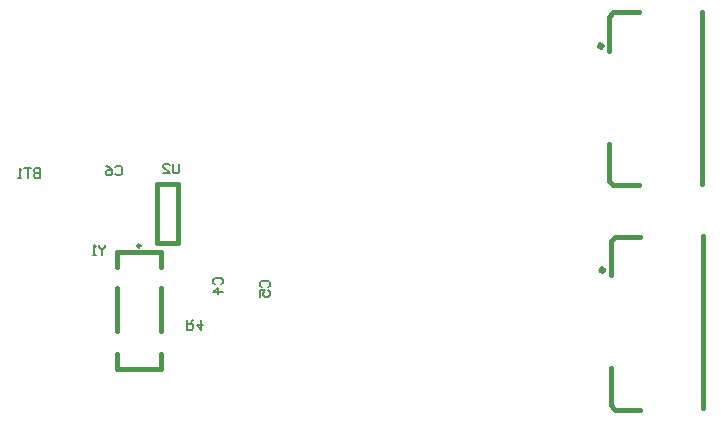
<source format=gbo>
G04*
G04 #@! TF.GenerationSoftware,Altium Limited,Altium Designer,18.0.12 (696)*
G04*
G04 Layer_Color=32896*
%FSLAX25Y25*%
%MOIN*%
G70*
G01*
G75*
%ADD10C,0.00984*%
%ADD11C,0.01968*%
%ADD13C,0.00591*%
%ADD14C,0.01575*%
D10*
X130240Y59303D02*
G03*
X130240Y59303I-492J0D01*
G01*
D11*
X284055Y125886D02*
G03*
X284055Y125886I-394J0D01*
G01*
X284547Y51181D02*
G03*
X284547Y51181I-394J0D01*
G01*
D13*
X96787Y85137D02*
Y81988D01*
X95213D01*
X94688Y82513D01*
Y83038D01*
X95213Y83562D01*
X96787D01*
X95213D01*
X94688Y84087D01*
Y84612D01*
X95213Y85137D01*
X96787D01*
X93639D02*
X91540D01*
X92589D01*
Y81988D01*
X90490D02*
X89441D01*
X89965D01*
Y85137D01*
X90490Y84612D01*
X155045Y46434D02*
X154521Y46959D01*
Y48008D01*
X155045Y48533D01*
X157145D01*
X157669Y48008D01*
Y46959D01*
X157145Y46434D01*
X157669Y43810D02*
X154521D01*
X156095Y45384D01*
Y43285D01*
X170695Y45515D02*
X170170Y46040D01*
Y47089D01*
X170695Y47614D01*
X172794D01*
X173319Y47089D01*
Y46040D01*
X172794Y45515D01*
X170170Y42366D02*
Y44465D01*
X171745D01*
X171220Y43416D01*
Y42891D01*
X171745Y42366D01*
X172794D01*
X173319Y42891D01*
Y43941D01*
X172794Y44465D01*
X145768Y34449D02*
Y31300D01*
X147342D01*
X147867Y31825D01*
Y32875D01*
X147342Y33399D01*
X145768D01*
X146817D02*
X147867Y34449D01*
X150491D02*
Y31300D01*
X148916Y32875D01*
X151015D01*
X143110Y86613D02*
Y83989D01*
X142586Y83465D01*
X141536D01*
X141011Y83989D01*
Y86613D01*
X137863Y83465D02*
X139962D01*
X137863Y85564D01*
Y86088D01*
X138387Y86613D01*
X139437D01*
X139962Y86088D01*
X118504Y59448D02*
Y58923D01*
X117454Y57873D01*
X116405Y58923D01*
Y59448D01*
X117454Y57873D02*
Y56299D01*
X115355D02*
X114306D01*
X114831D01*
Y59448D01*
X115355Y58923D01*
X121818Y85498D02*
X122343Y86023D01*
X123393D01*
X123917Y85498D01*
Y83399D01*
X123393Y82874D01*
X122343D01*
X121818Y83399D01*
X118670Y86023D02*
X119719Y85498D01*
X120769Y84448D01*
Y83399D01*
X120244Y82874D01*
X119194D01*
X118670Y83399D01*
Y83924D01*
X119194Y84448D01*
X120769D01*
D14*
X317362Y79823D02*
Y137303D01*
X287894Y79429D02*
X296358D01*
X286417Y80905D02*
Y93209D01*
Y80905D02*
X287894Y79429D01*
X286417Y124409D02*
Y135630D01*
X287894Y137106D02*
X296260D01*
X286417Y135630D02*
X287894Y137106D01*
X286910Y60925D02*
X288386Y62402D01*
X296752D01*
X286910Y49705D02*
Y60925D01*
Y6201D02*
X288386Y4724D01*
X286910Y6201D02*
Y18504D01*
X288386Y4724D02*
X296850D01*
X317854Y5118D02*
Y62599D01*
X135654Y60307D02*
Y79992D01*
X142740Y60307D02*
Y79992D01*
X135654Y60307D02*
X142740D01*
X135654Y79992D02*
X142740D01*
X137024Y52319D02*
Y57319D01*
X122524Y52319D02*
Y57319D01*
X137024D01*
Y30819D02*
Y45319D01*
X122524Y30819D02*
Y45319D01*
Y18319D02*
X137024D01*
Y23319D01*
X122524Y18319D02*
Y23319D01*
M02*

</source>
